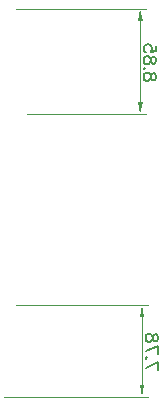
<source format=gbr>
G04 DipTrace 3.3.1.1*
G04 BottomDimension.gbr*
%MOIN*%
G04 #@! TF.FileFunction,Drawing,Bot*
G04 #@! TF.Part,Single*
%ADD13C,0.001378*%
%ADD67C,0.006176*%
%FSLAX26Y26*%
G04*
G70*
G90*
G75*
G01*
G04 BotDimension*
%LPD*%
X2283466Y2047244D2*
D13*
X2717323D1*
X2318898Y1698820D2*
X2717323D1*
X2697638Y1873032D2*
Y2007874D1*
G36*
Y2047244D2*
X2705512Y2007874D1*
X2689764D1*
X2697638Y2047244D1*
G37*
Y1873032D2*
D13*
Y1738190D1*
G36*
Y1698820D2*
X2689764Y1738190D1*
X2705512D1*
X2697638Y1698820D1*
G37*
X2244094Y754923D2*
D13*
X2723572D1*
X2285138Y1061172D2*
X2723572D1*
X2703887Y908047D2*
Y794293D1*
G36*
Y754923D2*
X2696013Y794293D1*
X2711761D1*
X2703887Y754923D1*
G37*
Y908047D2*
D13*
Y1021802D1*
G36*
Y1061172D2*
X2711761Y1021802D1*
X2696013D1*
X2703887Y1061172D1*
G37*
X2749996Y1818897D2*
D67*
X2748095Y1813193D1*
X2744293Y1811247D1*
X2740446D1*
X2736643Y1813193D1*
X2734698Y1816995D1*
X2732796Y1824645D1*
X2730895Y1830393D1*
X2727048Y1834195D1*
X2723246Y1836096D1*
X2717498D1*
X2713695Y1834195D1*
X2711750Y1832294D1*
X2709849Y1826546D1*
Y1818897D1*
X2711750Y1813193D1*
X2713695Y1811247D1*
X2717498Y1809346D1*
X2723246D1*
X2727048Y1811247D1*
X2730895Y1815094D1*
X2732796Y1820798D1*
X2734698Y1828447D1*
X2736643Y1832294D1*
X2740446Y1834195D1*
X2744293D1*
X2748095Y1832294D1*
X2749996Y1826546D1*
Y1818897D1*
X2713695Y1850349D2*
X2711750Y1848448D1*
X2709849Y1850349D1*
X2711750Y1852295D1*
X2713695Y1850349D1*
X2749996Y1874197D2*
X2748095Y1868493D1*
X2744293Y1866547D1*
X2740446D1*
X2736643Y1868493D1*
X2734698Y1872295D1*
X2732796Y1879945D1*
X2730895Y1885693D1*
X2727048Y1889495D1*
X2723246Y1891397D1*
X2717498D1*
X2713695Y1889495D1*
X2711750Y1887594D1*
X2709849Y1881846D1*
Y1874197D1*
X2711750Y1868493D1*
X2713695Y1866547D1*
X2717498Y1864646D1*
X2723246D1*
X2727048Y1866547D1*
X2730895Y1870394D1*
X2732796Y1876098D1*
X2734698Y1883747D1*
X2736643Y1887594D1*
X2740446Y1889495D1*
X2744293D1*
X2748095Y1887594D1*
X2749996Y1881846D1*
Y1874197D1*
Y1926696D2*
Y1907595D1*
X2732796Y1905693D1*
X2734698Y1907595D1*
X2736643Y1913343D1*
Y1919047D1*
X2734698Y1924795D1*
X2730895Y1928641D1*
X2725147Y1930543D1*
X2721345D1*
X2715597Y1928641D1*
X2711750Y1924795D1*
X2709849Y1919047D1*
Y1913343D1*
X2711750Y1907595D1*
X2713695Y1905693D1*
X2717498Y1903748D1*
X2716098Y851988D2*
X2756246Y871134D1*
Y844339D1*
X2719945Y885386D2*
X2717999Y883485D1*
X2716098Y885386D1*
X2717999Y887332D1*
X2719945Y885386D1*
X2716098Y907333D2*
X2756246Y926478D1*
Y899683D1*
Y948380D2*
X2754344Y942676D1*
X2750542Y940731D1*
X2746695D1*
X2742893Y942676D1*
X2740947Y946479D1*
X2739046Y954128D1*
X2737145Y959876D1*
X2733298Y963678D1*
X2729495Y965580D1*
X2723747D1*
X2719945Y963678D1*
X2717999Y961777D1*
X2716098Y956029D1*
Y948380D1*
X2717999Y942676D1*
X2719945Y940731D1*
X2723747Y938829D1*
X2729495D1*
X2733298Y940731D1*
X2737145Y944577D1*
X2739046Y950281D1*
X2740947Y957930D1*
X2742893Y961777D1*
X2746695Y963678D1*
X2750542D1*
X2754344Y961777D1*
X2756246Y956029D1*
Y948380D1*
M02*

</source>
